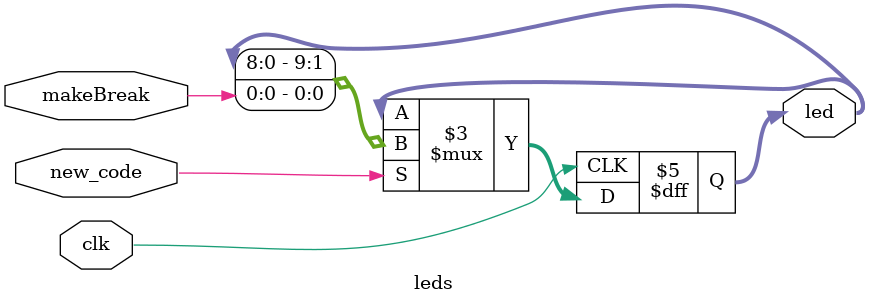
<source format=v>
module lights(output [6:0] hex0, output [6:0] hex1, output [6:0] hex2, output [6:0] hex3,
				  output [6:0] hex4, output [6:0] hex5, input [7:0] code, input new_code, input clk);

reg [23:0] codes;

initial begin
	codes <= 24'b0;
end

always @(posedge clk) begin
	if (new_code) begin
		codes <= {codes[15:0], code};
	end
end

hextoseg h0(hex0, codes[3:0]);
hextoseg h1(hex1, codes[7:4]);
hextoseg h2(hex2, codes[11:8]);
hextoseg h3(hex3, codes[15:12]);
hextoseg h4(hex4, codes[19:16]);
hextoseg h5(hex5, codes[23:20]);
					
					
endmodule

module leds(output reg [9:0] led, input makeBreak, input new_code, input clk);
	initial led <= 10'b0;

	always @(posedge clk) begin
		if (new_code) led <= {led[8:0], makeBreak};
	end
	
endmodule
</source>
